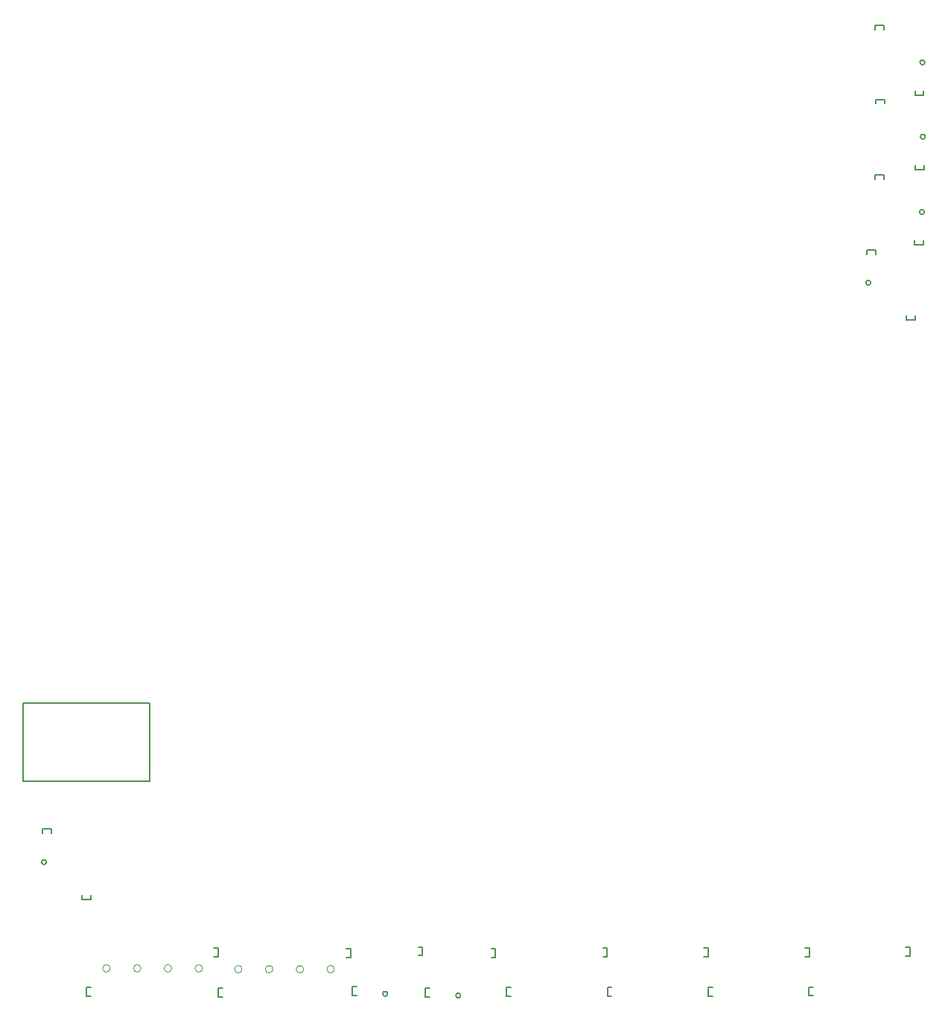
<source format=gbr>
G04 #@! TF.GenerationSoftware,KiCad,Pcbnew,(5.1.5)-3*
G04 #@! TF.CreationDate,2020-01-24T14:25:46-05:00*
G04 #@! TF.ProjectId,arduino_duo_shield,61726475-696e-46f5-9f64-756f5f736869,rev?*
G04 #@! TF.SameCoordinates,PX6258c20PY7445a00*
G04 #@! TF.FileFunction,OtherDrawing,Comment*
%FSLAX46Y46*%
G04 Gerber Fmt 4.6, Leading zero omitted, Abs format (unit mm)*
G04 Created by KiCad (PCBNEW (5.1.5)-3) date 2020-01-24 14:25:46*
%MOMM*%
%LPD*%
G04 APERTURE LIST*
%ADD10C,0.150000*%
%ADD11C,0.203200*%
%ADD12C,0.127000*%
%ADD13C,0.100000*%
G04 APERTURE END LIST*
D10*
X-1651000Y3429000D02*
X-1651000Y12319000D01*
X12700000Y3429000D02*
X-1651000Y3429000D01*
X12700000Y12319000D02*
X12700000Y3429000D01*
X-1651000Y12319000D02*
X12700000Y12319000D01*
D11*
X87681860Y-20018840D02*
X88182240Y-20018840D01*
X87681860Y-21019600D02*
X87681860Y-20018840D01*
X88182240Y-21019600D02*
X87681860Y-21019600D01*
X99177900Y-15520500D02*
X98677520Y-15520500D01*
X99177900Y-16521260D02*
X99177900Y-15520500D01*
X98677520Y-16521260D02*
X99177900Y-16521260D01*
X76261860Y-20078840D02*
X76762240Y-20078840D01*
X76261860Y-21079600D02*
X76261860Y-20078840D01*
X76762240Y-21079600D02*
X76261860Y-21079600D01*
X87757900Y-15580500D02*
X87257520Y-15580500D01*
X87757900Y-16581260D02*
X87757900Y-15580500D01*
X87257520Y-16581260D02*
X87757900Y-16581260D01*
X64751860Y-20048840D02*
X65252240Y-20048840D01*
X64751860Y-21049600D02*
X64751860Y-20048840D01*
X65252240Y-21049600D02*
X64751860Y-21049600D01*
X76247900Y-15550500D02*
X75747520Y-15550500D01*
X76247900Y-16551260D02*
X76247900Y-15550500D01*
X75747520Y-16551260D02*
X76247900Y-16551260D01*
X53251860Y-20078840D02*
X53752240Y-20078840D01*
X53251860Y-21079600D02*
X53251860Y-20078840D01*
X53752240Y-21079600D02*
X53251860Y-21079600D01*
X64747900Y-15580500D02*
X64247520Y-15580500D01*
X64747900Y-16581260D02*
X64747900Y-15580500D01*
X64247520Y-16581260D02*
X64747900Y-16581260D01*
D12*
X39782960Y-20799740D02*
G75*
G03X39782960Y-20799740I-281940J0D01*
G01*
D11*
X35751980Y-19948840D02*
X36252360Y-19948840D01*
X35751980Y-20949600D02*
X35751980Y-19948840D01*
X36252360Y-20949600D02*
X35751980Y-20949600D01*
X43747900Y-15450500D02*
X43247520Y-15450500D01*
X43747900Y-16451260D02*
X43747900Y-15450500D01*
X43247520Y-16451260D02*
X43747900Y-16451260D01*
D12*
X94712200Y60128980D02*
G75*
G03X94712200Y60128980I-281940J0D01*
G01*
D11*
X95281160Y63878020D02*
X95281160Y63377640D01*
X94280400Y63878020D02*
X95281160Y63878020D01*
X94280400Y63377640D02*
X94280400Y63878020D01*
X99779500Y55882100D02*
X99779500Y56382480D01*
X98778740Y55882100D02*
X99779500Y55882100D01*
X98778740Y56382480D02*
X98778740Y55882100D01*
D12*
X982200Y-5801020D02*
G75*
G03X982200Y-5801020I-281940J0D01*
G01*
D11*
X1551160Y-2051980D02*
X1551160Y-2552360D01*
X550400Y-2051980D02*
X1551160Y-2051980D01*
X550400Y-2552360D02*
X550400Y-2051980D01*
X6049500Y-10047900D02*
X6049500Y-9547520D01*
X5048740Y-10047900D02*
X6049500Y-10047900D01*
X5048740Y-9547520D02*
X5048740Y-10047900D01*
D12*
X100906680Y76741020D02*
G75*
G03X100906680Y76741020I-281940J0D01*
G01*
D11*
X99773840Y72991980D02*
X99773840Y73492360D01*
X100774600Y72991980D02*
X99773840Y72991980D01*
X100774600Y73492360D02*
X100774600Y72991980D01*
X95275500Y80987900D02*
X95275500Y80487520D01*
X96276260Y80987900D02*
X95275500Y80987900D01*
X96276260Y80487520D02*
X96276260Y80987900D01*
D12*
X100856680Y85201020D02*
G75*
G03X100856680Y85201020I-281940J0D01*
G01*
D11*
X99723840Y81451980D02*
X99723840Y81952360D01*
X100724600Y81451980D02*
X99723840Y81451980D01*
X100724600Y81952360D02*
X100724600Y81451980D01*
X95225500Y89447900D02*
X95225500Y88947520D01*
X96226260Y89447900D02*
X95225500Y89447900D01*
X96226260Y88947520D02*
X96226260Y89447900D01*
D12*
X100806680Y68176020D02*
G75*
G03X100806680Y68176020I-281940J0D01*
G01*
D11*
X99673840Y64426980D02*
X99673840Y64927360D01*
X100674600Y64426980D02*
X99673840Y64426980D01*
X100674600Y64927360D02*
X100674600Y64426980D01*
X95175500Y72422900D02*
X95175500Y71922520D01*
X96176260Y72422900D02*
X95175500Y72422900D01*
X96176260Y71922520D02*
X96176260Y72422900D01*
D12*
X48082960Y-20999740D02*
G75*
G03X48082960Y-20999740I-281940J0D01*
G01*
D11*
X44051980Y-20148840D02*
X44552360Y-20148840D01*
X44051980Y-21149600D02*
X44051980Y-20148840D01*
X44552360Y-21149600D02*
X44051980Y-21149600D01*
X52047900Y-15650500D02*
X51547520Y-15650500D01*
X52047900Y-16651260D02*
X52047900Y-15650500D01*
X51547520Y-16651260D02*
X52047900Y-16651260D01*
D13*
X23226360Y-18000000D02*
G75*
G03X23226360Y-18000000I-424180J0D01*
G01*
X26726480Y-18000000D02*
G75*
G03X26726480Y-18000000I-424180J0D01*
G01*
X30226600Y-18000000D02*
G75*
G03X30226600Y-18000000I-424180J0D01*
G01*
X33724180Y-18000000D02*
G75*
G03X33724180Y-18000000I-424180J0D01*
G01*
D11*
X20551740Y-20148840D02*
X21052120Y-20148840D01*
X20551740Y-21149600D02*
X20551740Y-20148840D01*
X21052120Y-21149600D02*
X20551740Y-21149600D01*
X35547900Y-15650500D02*
X35047520Y-15650500D01*
X35547900Y-16651260D02*
X35547900Y-15650500D01*
X35047520Y-16651260D02*
X35547900Y-16651260D01*
D13*
X8226360Y-17900000D02*
G75*
G03X8226360Y-17900000I-424180J0D01*
G01*
X11726480Y-17900000D02*
G75*
G03X11726480Y-17900000I-424180J0D01*
G01*
X15226600Y-17900000D02*
G75*
G03X15226600Y-17900000I-424180J0D01*
G01*
X18724180Y-17900000D02*
G75*
G03X18724180Y-17900000I-424180J0D01*
G01*
D11*
X5551740Y-20048840D02*
X6052120Y-20048840D01*
X5551740Y-21049600D02*
X5551740Y-20048840D01*
X6052120Y-21049600D02*
X5551740Y-21049600D01*
X20547900Y-15550500D02*
X20047520Y-15550500D01*
X20547900Y-16551260D02*
X20547900Y-15550500D01*
X20047520Y-16551260D02*
X20547900Y-16551260D01*
M02*

</source>
